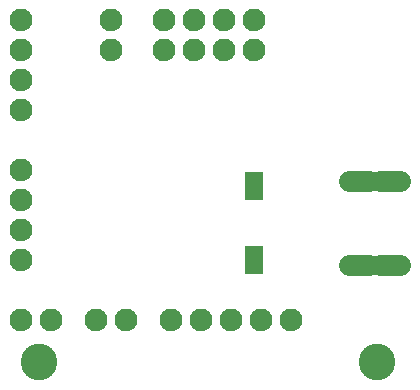
<source format=gbs>
G04 EAGLE Gerber RS-274X export*
G75*
%MOMM*%
%FSLAX34Y34*%
%LPD*%
%INSoldermask Bottom*%
%IPPOS*%
%AMOC8*
5,1,8,0,0,1.08239X$1,22.5*%
G01*
%ADD10C,3.098800*%
%ADD11C,1.765300*%
%ADD12C,1.930400*%
%ADD13R,1.650800X2.350800*%


D10*
X34290Y34290D03*
X320040Y34290D03*
D11*
X322628Y116650D02*
X339773Y116650D01*
X339773Y188150D02*
X322628Y188150D01*
X313345Y116650D02*
X296200Y116650D01*
X296200Y188150D02*
X313345Y188150D01*
D12*
X82550Y69850D03*
X107950Y69850D03*
X19050Y69850D03*
X44450Y69850D03*
D13*
X215900Y120900D03*
X215900Y183900D03*
D12*
X95250Y323850D03*
X95250Y298450D03*
X247650Y69850D03*
X222250Y69850D03*
X196850Y69850D03*
X171450Y69850D03*
X146050Y69850D03*
X19050Y247650D03*
X19050Y273050D03*
X19050Y298450D03*
X19050Y323850D03*
X19050Y120650D03*
X19050Y146050D03*
X19050Y171450D03*
X19050Y196850D03*
X139700Y298450D03*
X165100Y298450D03*
X190500Y298450D03*
X215900Y298450D03*
X139700Y323850D03*
X165100Y323850D03*
X190500Y323850D03*
X215900Y323850D03*
M02*

</source>
